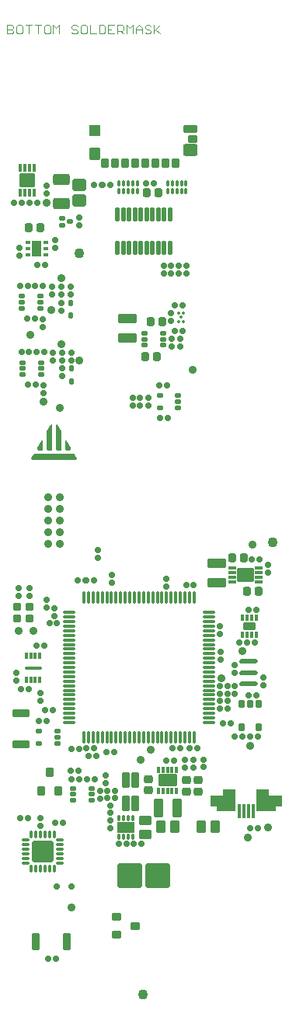
<source format=gbs>
G04*
G04 #@! TF.GenerationSoftware,Altium Limited,Altium Designer,21.3.1 (25)*
G04*
G04 Layer_Color=6502151*
%FSLAX25Y25*%
%MOIN*%
G70*
G04*
G04 #@! TF.SameCoordinates,17E3FC6B-7FA6-4A94-9312-BAE076C6F9B9*
G04*
G04*
G04 #@! TF.FilePolarity,Negative*
G04*
G01*
G75*
%ADD11C,0.00394*%
G04:AMPARAMS|DCode=25|XSize=24.41mil|YSize=24.41mil|CornerRadius=6.06mil|HoleSize=0mil|Usage=FLASHONLY|Rotation=270.000|XOffset=0mil|YOffset=0mil|HoleType=Round|Shape=RoundedRectangle|*
%AMROUNDEDRECTD25*
21,1,0.02441,0.01228,0,0,270.0*
21,1,0.01228,0.02441,0,0,270.0*
1,1,0.01213,-0.00614,-0.00614*
1,1,0.01213,-0.00614,0.00614*
1,1,0.01213,0.00614,0.00614*
1,1,0.01213,0.00614,-0.00614*
%
%ADD25ROUNDEDRECTD25*%
G04:AMPARAMS|DCode=26|XSize=24.41mil|YSize=24.41mil|CornerRadius=6.06mil|HoleSize=0mil|Usage=FLASHONLY|Rotation=180.000|XOffset=0mil|YOffset=0mil|HoleType=Round|Shape=RoundedRectangle|*
%AMROUNDEDRECTD26*
21,1,0.02441,0.01228,0,0,180.0*
21,1,0.01228,0.02441,0,0,180.0*
1,1,0.01213,-0.00614,0.00614*
1,1,0.01213,0.00614,0.00614*
1,1,0.01213,0.00614,-0.00614*
1,1,0.01213,-0.00614,-0.00614*
%
%ADD26ROUNDEDRECTD26*%
%ADD27C,0.01378*%
%ADD30C,0.04331*%
%ADD31C,0.00394*%
G04:AMPARAMS|DCode=100|XSize=35.43mil|YSize=31.5mil|CornerRadius=5.41mil|HoleSize=0mil|Usage=FLASHONLY|Rotation=180.000|XOffset=0mil|YOffset=0mil|HoleType=Round|Shape=RoundedRectangle|*
%AMROUNDEDRECTD100*
21,1,0.03543,0.02067,0,0,180.0*
21,1,0.02461,0.03150,0,0,180.0*
1,1,0.01083,-0.01230,0.01034*
1,1,0.01083,0.01230,0.01034*
1,1,0.01083,0.01230,-0.01034*
1,1,0.01083,-0.01230,-0.01034*
%
%ADD100ROUNDEDRECTD100*%
%ADD101C,0.03543*%
G04:AMPARAMS|DCode=102|XSize=51.18mil|YSize=35.04mil|CornerRadius=5.08mil|HoleSize=0mil|Usage=FLASHONLY|Rotation=180.000|XOffset=0mil|YOffset=0mil|HoleType=Round|Shape=RoundedRectangle|*
%AMROUNDEDRECTD102*
21,1,0.05118,0.02488,0,0,180.0*
21,1,0.04102,0.03504,0,0,180.0*
1,1,0.01016,-0.02051,0.01244*
1,1,0.01016,0.02051,0.01244*
1,1,0.01016,0.02051,-0.01244*
1,1,0.01016,-0.02051,-0.01244*
%
%ADD102ROUNDEDRECTD102*%
G04:AMPARAMS|DCode=103|XSize=13.78mil|YSize=29.53mil|CornerRadius=4.43mil|HoleSize=0mil|Usage=FLASHONLY|Rotation=180.000|XOffset=0mil|YOffset=0mil|HoleType=Round|Shape=RoundedRectangle|*
%AMROUNDEDRECTD103*
21,1,0.01378,0.02067,0,0,180.0*
21,1,0.00492,0.02953,0,0,180.0*
1,1,0.00886,-0.00246,0.01034*
1,1,0.00886,0.00246,0.01034*
1,1,0.00886,0.00246,-0.01034*
1,1,0.00886,-0.00246,-0.01034*
%
%ADD103ROUNDEDRECTD103*%
G04:AMPARAMS|DCode=104|XSize=37.4mil|YSize=33.47mil|CornerRadius=7.87mil|HoleSize=0mil|Usage=FLASHONLY|Rotation=270.000|XOffset=0mil|YOffset=0mil|HoleType=Round|Shape=RoundedRectangle|*
%AMROUNDEDRECTD104*
21,1,0.03740,0.01772,0,0,270.0*
21,1,0.02165,0.03347,0,0,270.0*
1,1,0.01575,-0.00886,-0.01083*
1,1,0.01575,-0.00886,0.01083*
1,1,0.01575,0.00886,0.01083*
1,1,0.01575,0.00886,-0.01083*
%
%ADD104ROUNDEDRECTD104*%
G04:AMPARAMS|DCode=105|XSize=55.12mil|YSize=43.31mil|CornerRadius=6.89mil|HoleSize=0mil|Usage=FLASHONLY|Rotation=270.000|XOffset=0mil|YOffset=0mil|HoleType=Round|Shape=RoundedRectangle|*
%AMROUNDEDRECTD105*
21,1,0.05512,0.02953,0,0,270.0*
21,1,0.04134,0.04331,0,0,270.0*
1,1,0.01378,-0.01476,-0.02067*
1,1,0.01378,-0.01476,0.02067*
1,1,0.01378,0.01476,0.02067*
1,1,0.01378,0.01476,-0.02067*
%
%ADD105ROUNDEDRECTD105*%
G04:AMPARAMS|DCode=106|XSize=79.53mil|YSize=40.55mil|CornerRadius=6.55mil|HoleSize=0mil|Usage=FLASHONLY|Rotation=180.000|XOffset=0mil|YOffset=0mil|HoleType=Round|Shape=RoundedRectangle|*
%AMROUNDEDRECTD106*
21,1,0.07953,0.02746,0,0,180.0*
21,1,0.06644,0.04055,0,0,180.0*
1,1,0.01309,-0.03322,0.01373*
1,1,0.01309,0.03322,0.01373*
1,1,0.01309,0.03322,-0.01373*
1,1,0.01309,-0.03322,-0.01373*
%
%ADD106ROUNDEDRECTD106*%
G04:AMPARAMS|DCode=107|XSize=15.75mil|YSize=33.47mil|CornerRadius=4.33mil|HoleSize=0mil|Usage=FLASHONLY|Rotation=90.000|XOffset=0mil|YOffset=0mil|HoleType=Round|Shape=RoundedRectangle|*
%AMROUNDEDRECTD107*
21,1,0.01575,0.02480,0,0,90.0*
21,1,0.00709,0.03347,0,0,90.0*
1,1,0.00866,0.01240,0.00354*
1,1,0.00866,0.01240,-0.00354*
1,1,0.00866,-0.01240,-0.00354*
1,1,0.00866,-0.01240,0.00354*
%
%ADD107ROUNDEDRECTD107*%
G04:AMPARAMS|DCode=108|XSize=15.75mil|YSize=33.47mil|CornerRadius=4.33mil|HoleSize=0mil|Usage=FLASHONLY|Rotation=180.000|XOffset=0mil|YOffset=0mil|HoleType=Round|Shape=RoundedRectangle|*
%AMROUNDEDRECTD108*
21,1,0.01575,0.02480,0,0,180.0*
21,1,0.00709,0.03347,0,0,180.0*
1,1,0.00866,-0.00354,0.01240*
1,1,0.00866,0.00354,0.01240*
1,1,0.00866,0.00354,-0.01240*
1,1,0.00866,-0.00354,-0.01240*
%
%ADD108ROUNDEDRECTD108*%
G04:AMPARAMS|DCode=109|XSize=31.5mil|YSize=43.31mil|CornerRadius=5.41mil|HoleSize=0mil|Usage=FLASHONLY|Rotation=0.000|XOffset=0mil|YOffset=0mil|HoleType=Round|Shape=RoundedRectangle|*
%AMROUNDEDRECTD109*
21,1,0.03150,0.03248,0,0,0.0*
21,1,0.02067,0.04331,0,0,0.0*
1,1,0.01083,0.01034,-0.01624*
1,1,0.01083,-0.01034,-0.01624*
1,1,0.01083,-0.01034,0.01624*
1,1,0.01083,0.01034,0.01624*
%
%ADD109ROUNDEDRECTD109*%
G04:AMPARAMS|DCode=110|XSize=15.75mil|YSize=27.56mil|CornerRadius=4.33mil|HoleSize=0mil|Usage=FLASHONLY|Rotation=180.000|XOffset=0mil|YOffset=0mil|HoleType=Round|Shape=RoundedRectangle|*
%AMROUNDEDRECTD110*
21,1,0.01575,0.01890,0,0,180.0*
21,1,0.00709,0.02756,0,0,180.0*
1,1,0.00866,-0.00354,0.00945*
1,1,0.00866,0.00354,0.00945*
1,1,0.00866,0.00354,-0.00945*
1,1,0.00866,-0.00354,-0.00945*
%
%ADD110ROUNDEDRECTD110*%
G04:AMPARAMS|DCode=111|XSize=19.68mil|YSize=29.53mil|CornerRadius=4.72mil|HoleSize=0mil|Usage=FLASHONLY|Rotation=90.000|XOffset=0mil|YOffset=0mil|HoleType=Round|Shape=RoundedRectangle|*
%AMROUNDEDRECTD111*
21,1,0.01968,0.02008,0,0,90.0*
21,1,0.01024,0.02953,0,0,90.0*
1,1,0.00945,0.01004,0.00512*
1,1,0.00945,0.01004,-0.00512*
1,1,0.00945,-0.01004,-0.00512*
1,1,0.00945,-0.01004,0.00512*
%
%ADD111ROUNDEDRECTD111*%
G04:AMPARAMS|DCode=112|XSize=19.68mil|YSize=62.99mil|CornerRadius=5.91mil|HoleSize=0mil|Usage=FLASHONLY|Rotation=0.000|XOffset=0mil|YOffset=0mil|HoleType=Round|Shape=RoundedRectangle|*
%AMROUNDEDRECTD112*
21,1,0.01968,0.05118,0,0,0.0*
21,1,0.00787,0.06299,0,0,0.0*
1,1,0.01181,0.00394,-0.02559*
1,1,0.01181,-0.00394,-0.02559*
1,1,0.01181,-0.00394,0.02559*
1,1,0.01181,0.00394,0.02559*
%
%ADD112ROUNDEDRECTD112*%
G04:AMPARAMS|DCode=113|XSize=25.59mil|YSize=35.43mil|CornerRadius=4.68mil|HoleSize=0mil|Usage=FLASHONLY|Rotation=180.000|XOffset=0mil|YOffset=0mil|HoleType=Round|Shape=RoundedRectangle|*
%AMROUNDEDRECTD113*
21,1,0.02559,0.02608,0,0,180.0*
21,1,0.01624,0.03543,0,0,180.0*
1,1,0.00935,-0.00812,0.01304*
1,1,0.00935,0.00812,0.01304*
1,1,0.00935,0.00812,-0.01304*
1,1,0.00935,-0.00812,-0.01304*
%
%ADD113ROUNDEDRECTD113*%
G04:AMPARAMS|DCode=114|XSize=35.43mil|YSize=70.87mil|CornerRadius=5.91mil|HoleSize=0mil|Usage=FLASHONLY|Rotation=0.000|XOffset=0mil|YOffset=0mil|HoleType=Round|Shape=RoundedRectangle|*
%AMROUNDEDRECTD114*
21,1,0.03543,0.05906,0,0,0.0*
21,1,0.02362,0.07087,0,0,0.0*
1,1,0.01181,0.01181,-0.02953*
1,1,0.01181,-0.01181,-0.02953*
1,1,0.01181,-0.01181,0.02953*
1,1,0.01181,0.01181,0.02953*
%
%ADD114ROUNDEDRECTD114*%
G04:AMPARAMS|DCode=115|XSize=13.78mil|YSize=33.47mil|CornerRadius=4.43mil|HoleSize=0mil|Usage=FLASHONLY|Rotation=180.000|XOffset=0mil|YOffset=0mil|HoleType=Round|Shape=RoundedRectangle|*
%AMROUNDEDRECTD115*
21,1,0.01378,0.02461,0,0,180.0*
21,1,0.00492,0.03347,0,0,180.0*
1,1,0.00886,-0.00246,0.01230*
1,1,0.00886,0.00246,0.01230*
1,1,0.00886,0.00246,-0.01230*
1,1,0.00886,-0.00246,-0.01230*
%
%ADD115ROUNDEDRECTD115*%
G04:AMPARAMS|DCode=116|XSize=19.68mil|YSize=29.53mil|CornerRadius=5.91mil|HoleSize=0mil|Usage=FLASHONLY|Rotation=90.000|XOffset=0mil|YOffset=0mil|HoleType=Round|Shape=RoundedRectangle|*
%AMROUNDEDRECTD116*
21,1,0.01968,0.01772,0,0,90.0*
21,1,0.00787,0.02953,0,0,90.0*
1,1,0.01181,0.00886,0.00394*
1,1,0.01181,0.00886,-0.00394*
1,1,0.01181,-0.00886,-0.00394*
1,1,0.01181,-0.00886,0.00394*
%
%ADD116ROUNDEDRECTD116*%
G04:AMPARAMS|DCode=117|XSize=35.43mil|YSize=70.87mil|CornerRadius=5.91mil|HoleSize=0mil|Usage=FLASHONLY|Rotation=90.000|XOffset=0mil|YOffset=0mil|HoleType=Round|Shape=RoundedRectangle|*
%AMROUNDEDRECTD117*
21,1,0.03543,0.05906,0,0,90.0*
21,1,0.02362,0.07087,0,0,90.0*
1,1,0.01181,0.02953,0.01181*
1,1,0.01181,0.02953,-0.01181*
1,1,0.01181,-0.02953,-0.01181*
1,1,0.01181,-0.02953,0.01181*
%
%ADD117ROUNDEDRECTD117*%
G04:AMPARAMS|DCode=118|XSize=37.4mil|YSize=33.47mil|CornerRadius=7.87mil|HoleSize=0mil|Usage=FLASHONLY|Rotation=0.000|XOffset=0mil|YOffset=0mil|HoleType=Round|Shape=RoundedRectangle|*
%AMROUNDEDRECTD118*
21,1,0.03740,0.01772,0,0,0.0*
21,1,0.02165,0.03347,0,0,0.0*
1,1,0.01575,0.01083,-0.00886*
1,1,0.01575,-0.01083,-0.00886*
1,1,0.01575,-0.01083,0.00886*
1,1,0.01575,0.01083,0.00886*
%
%ADD118ROUNDEDRECTD118*%
G04:AMPARAMS|DCode=119|XSize=13.78mil|YSize=53.15mil|CornerRadius=4.43mil|HoleSize=0mil|Usage=FLASHONLY|Rotation=180.000|XOffset=0mil|YOffset=0mil|HoleType=Round|Shape=RoundedRectangle|*
%AMROUNDEDRECTD119*
21,1,0.01378,0.04429,0,0,180.0*
21,1,0.00492,0.05315,0,0,180.0*
1,1,0.00886,-0.00246,0.02215*
1,1,0.00886,0.00246,0.02215*
1,1,0.00886,0.00246,-0.02215*
1,1,0.00886,-0.00246,-0.02215*
%
%ADD119ROUNDEDRECTD119*%
G04:AMPARAMS|DCode=120|XSize=13.78mil|YSize=53.15mil|CornerRadius=4.43mil|HoleSize=0mil|Usage=FLASHONLY|Rotation=90.000|XOffset=0mil|YOffset=0mil|HoleType=Round|Shape=RoundedRectangle|*
%AMROUNDEDRECTD120*
21,1,0.01378,0.04429,0,0,90.0*
21,1,0.00492,0.05315,0,0,90.0*
1,1,0.00886,0.02215,0.00246*
1,1,0.00886,0.02215,-0.00246*
1,1,0.00886,-0.02215,-0.00246*
1,1,0.00886,-0.02215,0.00246*
%
%ADD120ROUNDEDRECTD120*%
%ADD121C,0.03492*%
G04:AMPARAMS|DCode=122|XSize=13.78mil|YSize=27.56mil|CornerRadius=3.94mil|HoleSize=0mil|Usage=FLASHONLY|Rotation=0.000|XOffset=0mil|YOffset=0mil|HoleType=Round|Shape=RoundedRectangle|*
%AMROUNDEDRECTD122*
21,1,0.01378,0.01968,0,0,0.0*
21,1,0.00591,0.02756,0,0,0.0*
1,1,0.00787,0.00295,-0.00984*
1,1,0.00787,-0.00295,-0.00984*
1,1,0.00787,-0.00295,0.00984*
1,1,0.00787,0.00295,0.00984*
%
%ADD122ROUNDEDRECTD122*%
G04:AMPARAMS|DCode=123|XSize=15.75mil|YSize=21.65mil|CornerRadius=3.74mil|HoleSize=0mil|Usage=FLASHONLY|Rotation=90.000|XOffset=0mil|YOffset=0mil|HoleType=Round|Shape=RoundedRectangle|*
%AMROUNDEDRECTD123*
21,1,0.01575,0.01417,0,0,90.0*
21,1,0.00827,0.02165,0,0,90.0*
1,1,0.00748,0.00709,0.00413*
1,1,0.00748,0.00709,-0.00413*
1,1,0.00748,-0.00709,-0.00413*
1,1,0.00748,-0.00709,0.00413*
%
%ADD123ROUNDEDRECTD123*%
G04:AMPARAMS|DCode=124|XSize=103.94mil|YSize=103.94mil|CornerRadius=6.97mil|HoleSize=0mil|Usage=FLASHONLY|Rotation=90.000|XOffset=0mil|YOffset=0mil|HoleType=Round|Shape=RoundedRectangle|*
%AMROUNDEDRECTD124*
21,1,0.10394,0.09000,0,0,90.0*
21,1,0.09000,0.10394,0,0,90.0*
1,1,0.01394,0.04500,0.04500*
1,1,0.01394,0.04500,-0.04500*
1,1,0.01394,-0.04500,-0.04500*
1,1,0.01394,-0.04500,0.04500*
%
%ADD124ROUNDEDRECTD124*%
G04:AMPARAMS|DCode=125|XSize=74.8mil|YSize=47.24mil|CornerRadius=4.13mil|HoleSize=0mil|Usage=FLASHONLY|Rotation=0.000|XOffset=0mil|YOffset=0mil|HoleType=Round|Shape=RoundedRectangle|*
%AMROUNDEDRECTD125*
21,1,0.07480,0.03898,0,0,0.0*
21,1,0.06653,0.04724,0,0,0.0*
1,1,0.00827,0.03327,-0.01949*
1,1,0.00827,-0.03327,-0.01949*
1,1,0.00827,-0.03327,0.01949*
1,1,0.00827,0.03327,0.01949*
%
%ADD125ROUNDEDRECTD125*%
G04:AMPARAMS|DCode=126|XSize=13.78mil|YSize=23.62mil|CornerRadius=3.94mil|HoleSize=0mil|Usage=FLASHONLY|Rotation=0.000|XOffset=0mil|YOffset=0mil|HoleType=Round|Shape=RoundedRectangle|*
%AMROUNDEDRECTD126*
21,1,0.01378,0.01575,0,0,0.0*
21,1,0.00591,0.02362,0,0,0.0*
1,1,0.00787,0.00295,-0.00787*
1,1,0.00787,-0.00295,-0.00787*
1,1,0.00787,-0.00295,0.00787*
1,1,0.00787,0.00295,0.00787*
%
%ADD126ROUNDEDRECTD126*%
G04:AMPARAMS|DCode=127|XSize=66.93mil|YSize=43.31mil|CornerRadius=3.94mil|HoleSize=0mil|Usage=FLASHONLY|Rotation=90.000|XOffset=0mil|YOffset=0mil|HoleType=Round|Shape=RoundedRectangle|*
%AMROUNDEDRECTD127*
21,1,0.06693,0.03543,0,0,90.0*
21,1,0.05906,0.04331,0,0,90.0*
1,1,0.00787,0.01772,0.02953*
1,1,0.00787,0.01772,-0.02953*
1,1,0.00787,-0.01772,-0.02953*
1,1,0.00787,-0.01772,0.02953*
%
%ADD127ROUNDEDRECTD127*%
G04:AMPARAMS|DCode=128|XSize=82.68mil|YSize=51.18mil|CornerRadius=4.33mil|HoleSize=0mil|Usage=FLASHONLY|Rotation=0.000|XOffset=0mil|YOffset=0mil|HoleType=Round|Shape=RoundedRectangle|*
%AMROUNDEDRECTD128*
21,1,0.08268,0.04252,0,0,0.0*
21,1,0.07402,0.05118,0,0,0.0*
1,1,0.00866,0.03701,-0.02126*
1,1,0.00866,-0.03701,-0.02126*
1,1,0.00866,-0.03701,0.02126*
1,1,0.00866,0.03701,0.02126*
%
%ADD128ROUNDEDRECTD128*%
G04:AMPARAMS|DCode=129|XSize=19.68mil|YSize=25.59mil|CornerRadius=5.91mil|HoleSize=0mil|Usage=FLASHONLY|Rotation=270.000|XOffset=0mil|YOffset=0mil|HoleType=Round|Shape=RoundedRectangle|*
%AMROUNDEDRECTD129*
21,1,0.01968,0.01378,0,0,270.0*
21,1,0.00787,0.02559,0,0,270.0*
1,1,0.01181,-0.00689,-0.00394*
1,1,0.01181,-0.00689,0.00394*
1,1,0.01181,0.00689,0.00394*
1,1,0.01181,0.00689,-0.00394*
%
%ADD129ROUNDEDRECTD129*%
G04:AMPARAMS|DCode=130|XSize=66.93mil|YSize=33.94mil|CornerRadius=5.72mil|HoleSize=0mil|Usage=FLASHONLY|Rotation=90.000|XOffset=0mil|YOffset=0mil|HoleType=Round|Shape=RoundedRectangle|*
%AMROUNDEDRECTD130*
21,1,0.06693,0.02250,0,0,90.0*
21,1,0.05549,0.03394,0,0,90.0*
1,1,0.01144,0.01125,0.02775*
1,1,0.01144,0.01125,-0.02775*
1,1,0.01144,-0.01125,-0.02775*
1,1,0.01144,-0.01125,0.02775*
%
%ADD130ROUNDEDRECTD130*%
G04:AMPARAMS|DCode=131|XSize=70.87mil|YSize=47.24mil|CornerRadius=7.38mil|HoleSize=0mil|Usage=FLASHONLY|Rotation=0.000|XOffset=0mil|YOffset=0mil|HoleType=Round|Shape=RoundedRectangle|*
%AMROUNDEDRECTD131*
21,1,0.07087,0.03248,0,0,0.0*
21,1,0.05610,0.04724,0,0,0.0*
1,1,0.01476,0.02805,-0.01624*
1,1,0.01476,-0.02805,-0.01624*
1,1,0.01476,-0.02805,0.01624*
1,1,0.01476,0.02805,0.01624*
%
%ADD131ROUNDEDRECTD131*%
G04:AMPARAMS|DCode=132|XSize=23.62mil|YSize=27.56mil|CornerRadius=6.89mil|HoleSize=0mil|Usage=FLASHONLY|Rotation=270.000|XOffset=0mil|YOffset=0mil|HoleType=Round|Shape=RoundedRectangle|*
%AMROUNDEDRECTD132*
21,1,0.02362,0.01378,0,0,270.0*
21,1,0.00984,0.02756,0,0,270.0*
1,1,0.01378,-0.00689,-0.00492*
1,1,0.01378,-0.00689,0.00492*
1,1,0.01378,0.00689,0.00492*
1,1,0.01378,0.00689,-0.00492*
%
%ADD132ROUNDEDRECTD132*%
G04:AMPARAMS|DCode=133|XSize=11.81mil|YSize=27.56mil|CornerRadius=3.94mil|HoleSize=0mil|Usage=FLASHONLY|Rotation=180.000|XOffset=0mil|YOffset=0mil|HoleType=Round|Shape=RoundedRectangle|*
%AMROUNDEDRECTD133*
21,1,0.01181,0.01968,0,0,180.0*
21,1,0.00394,0.02756,0,0,180.0*
1,1,0.00787,-0.00197,0.00984*
1,1,0.00787,0.00197,0.00984*
1,1,0.00787,0.00197,-0.00984*
1,1,0.00787,-0.00197,-0.00984*
%
%ADD133ROUNDEDRECTD133*%
G04:AMPARAMS|DCode=134|XSize=15.75mil|YSize=70.87mil|CornerRadius=4.92mil|HoleSize=0mil|Usage=FLASHONLY|Rotation=270.000|XOffset=0mil|YOffset=0mil|HoleType=Round|Shape=RoundedRectangle|*
%AMROUNDEDRECTD134*
21,1,0.01575,0.06102,0,0,270.0*
21,1,0.00591,0.07087,0,0,270.0*
1,1,0.00984,-0.03051,-0.00295*
1,1,0.00984,-0.03051,0.00295*
1,1,0.00984,0.03051,0.00295*
1,1,0.00984,0.03051,-0.00295*
%
%ADD134ROUNDEDRECTD134*%
G04:AMPARAMS|DCode=135|XSize=19.68mil|YSize=78.74mil|CornerRadius=5.91mil|HoleSize=0mil|Usage=FLASHONLY|Rotation=270.000|XOffset=0mil|YOffset=0mil|HoleType=Round|Shape=RoundedRectangle|*
%AMROUNDEDRECTD135*
21,1,0.01968,0.06693,0,0,270.0*
21,1,0.00787,0.07874,0,0,270.0*
1,1,0.01181,-0.03347,-0.00394*
1,1,0.01181,-0.03347,0.00394*
1,1,0.01181,0.03347,0.00394*
1,1,0.01181,0.03347,-0.00394*
%
%ADD135ROUNDEDRECTD135*%
G04:AMPARAMS|DCode=136|XSize=43.31mil|YSize=31.5mil|CornerRadius=5.41mil|HoleSize=0mil|Usage=FLASHONLY|Rotation=0.000|XOffset=0mil|YOffset=0mil|HoleType=Round|Shape=RoundedRectangle|*
%AMROUNDEDRECTD136*
21,1,0.04331,0.02067,0,0,0.0*
21,1,0.03248,0.03150,0,0,0.0*
1,1,0.01083,0.01624,-0.01034*
1,1,0.01083,-0.01624,-0.01034*
1,1,0.01083,-0.01624,0.01034*
1,1,0.01083,0.01624,0.01034*
%
%ADD136ROUNDEDRECTD136*%
G04:AMPARAMS|DCode=137|XSize=61.02mil|YSize=51.18mil|CornerRadius=7.87mil|HoleSize=0mil|Usage=FLASHONLY|Rotation=0.000|XOffset=0mil|YOffset=0mil|HoleType=Round|Shape=RoundedRectangle|*
%AMROUNDEDRECTD137*
21,1,0.06102,0.03543,0,0,0.0*
21,1,0.04528,0.05118,0,0,0.0*
1,1,0.01575,0.02264,-0.01772*
1,1,0.01575,-0.02264,-0.01772*
1,1,0.01575,-0.02264,0.01772*
1,1,0.01575,0.02264,0.01772*
%
%ADD137ROUNDEDRECTD137*%
G04:AMPARAMS|DCode=138|XSize=59.06mil|YSize=35.43mil|CornerRadius=5.91mil|HoleSize=0mil|Usage=FLASHONLY|Rotation=0.000|XOffset=0mil|YOffset=0mil|HoleType=Round|Shape=RoundedRectangle|*
%AMROUNDEDRECTD138*
21,1,0.05906,0.02362,0,0,0.0*
21,1,0.04724,0.03543,0,0,0.0*
1,1,0.01181,0.02362,-0.01181*
1,1,0.01181,-0.02362,-0.01181*
1,1,0.01181,-0.02362,0.01181*
1,1,0.01181,0.02362,0.01181*
%
%ADD138ROUNDEDRECTD138*%
G04:AMPARAMS|DCode=139|XSize=49.21mil|YSize=51.18mil|CornerRadius=7.63mil|HoleSize=0mil|Usage=FLASHONLY|Rotation=0.000|XOffset=0mil|YOffset=0mil|HoleType=Round|Shape=RoundedRectangle|*
%AMROUNDEDRECTD139*
21,1,0.04921,0.03593,0,0,0.0*
21,1,0.03396,0.05118,0,0,0.0*
1,1,0.01526,0.01698,-0.01796*
1,1,0.01526,-0.01698,-0.01796*
1,1,0.01526,-0.01698,0.01796*
1,1,0.01526,0.01698,0.01796*
%
%ADD139ROUNDEDRECTD139*%
G04:AMPARAMS|DCode=140|XSize=49.21mil|YSize=47.24mil|CornerRadius=7.38mil|HoleSize=0mil|Usage=FLASHONLY|Rotation=0.000|XOffset=0mil|YOffset=0mil|HoleType=Round|Shape=RoundedRectangle|*
%AMROUNDEDRECTD140*
21,1,0.04921,0.03248,0,0,0.0*
21,1,0.03445,0.04724,0,0,0.0*
1,1,0.01476,0.01722,-0.01624*
1,1,0.01476,-0.01722,-0.01624*
1,1,0.01476,-0.01722,0.01624*
1,1,0.01476,0.01722,0.01624*
%
%ADD140ROUNDEDRECTD140*%
G04:AMPARAMS|DCode=141|XSize=66.93mil|YSize=59.06mil|CornerRadius=4.72mil|HoleSize=0mil|Usage=FLASHONLY|Rotation=180.000|XOffset=0mil|YOffset=0mil|HoleType=Round|Shape=RoundedRectangle|*
%AMROUNDEDRECTD141*
21,1,0.06693,0.04961,0,0,180.0*
21,1,0.05748,0.05906,0,0,180.0*
1,1,0.00945,-0.02874,0.02480*
1,1,0.00945,0.02874,0.02480*
1,1,0.00945,0.02874,-0.02480*
1,1,0.00945,-0.02874,-0.02480*
%
%ADD141ROUNDEDRECTD141*%
G04:AMPARAMS|DCode=142|XSize=72.84mil|YSize=61.02mil|CornerRadius=4.82mil|HoleSize=0mil|Usage=FLASHONLY|Rotation=180.000|XOffset=0mil|YOffset=0mil|HoleType=Round|Shape=RoundedRectangle|*
%AMROUNDEDRECTD142*
21,1,0.07284,0.05138,0,0,180.0*
21,1,0.06319,0.06102,0,0,180.0*
1,1,0.00965,-0.03159,0.02569*
1,1,0.00965,0.03159,0.02569*
1,1,0.00965,0.03159,-0.02569*
1,1,0.00965,-0.03159,-0.02569*
%
%ADD142ROUNDEDRECTD142*%
G04:AMPARAMS|DCode=143|XSize=19.68mil|YSize=25.59mil|CornerRadius=5.91mil|HoleSize=0mil|Usage=FLASHONLY|Rotation=0.000|XOffset=0mil|YOffset=0mil|HoleType=Round|Shape=RoundedRectangle|*
%AMROUNDEDRECTD143*
21,1,0.01968,0.01378,0,0,0.0*
21,1,0.00787,0.02559,0,0,0.0*
1,1,0.01181,0.00394,-0.00689*
1,1,0.01181,-0.00394,-0.00689*
1,1,0.01181,-0.00394,0.00689*
1,1,0.01181,0.00394,0.00689*
%
%ADD143ROUNDEDRECTD143*%
G04:AMPARAMS|DCode=144|XSize=59.06mil|YSize=51.18mil|CornerRadius=7.87mil|HoleSize=0mil|Usage=FLASHONLY|Rotation=0.000|XOffset=0mil|YOffset=0mil|HoleType=Round|Shape=RoundedRectangle|*
%AMROUNDEDRECTD144*
21,1,0.05906,0.03543,0,0,0.0*
21,1,0.04331,0.05118,0,0,0.0*
1,1,0.01575,0.02165,-0.01772*
1,1,0.01575,-0.02165,-0.01772*
1,1,0.01575,-0.02165,0.01772*
1,1,0.01575,0.02165,0.01772*
%
%ADD144ROUNDEDRECTD144*%
G04:AMPARAMS|DCode=145|XSize=66.93mil|YSize=55.12mil|CornerRadius=8.37mil|HoleSize=0mil|Usage=FLASHONLY|Rotation=180.000|XOffset=0mil|YOffset=0mil|HoleType=Round|Shape=RoundedRectangle|*
%AMROUNDEDRECTD145*
21,1,0.06693,0.03839,0,0,180.0*
21,1,0.05020,0.05512,0,0,180.0*
1,1,0.01673,-0.02510,0.01919*
1,1,0.01673,0.02510,0.01919*
1,1,0.01673,0.02510,-0.01919*
1,1,0.01673,-0.02510,-0.01919*
%
%ADD145ROUNDEDRECTD145*%
G04:AMPARAMS|DCode=146|XSize=15.75mil|YSize=59.06mil|CornerRadius=3.45mil|HoleSize=0mil|Usage=FLASHONLY|Rotation=0.000|XOffset=0mil|YOffset=0mil|HoleType=Round|Shape=RoundedRectangle|*
%AMROUNDEDRECTD146*
21,1,0.01575,0.05217,0,0,0.0*
21,1,0.00886,0.05906,0,0,0.0*
1,1,0.00689,0.00443,-0.02608*
1,1,0.00689,-0.00443,-0.02608*
1,1,0.00689,-0.00443,0.02608*
1,1,0.00689,0.00443,0.02608*
%
%ADD146ROUNDEDRECTD146*%
G04:AMPARAMS|DCode=147|XSize=13.78mil|YSize=33.47mil|CornerRadius=4.43mil|HoleSize=0mil|Usage=FLASHONLY|Rotation=90.000|XOffset=0mil|YOffset=0mil|HoleType=Round|Shape=RoundedRectangle|*
%AMROUNDEDRECTD147*
21,1,0.01378,0.02461,0,0,90.0*
21,1,0.00492,0.03347,0,0,90.0*
1,1,0.00886,0.01230,0.00246*
1,1,0.00886,0.01230,-0.00246*
1,1,0.00886,-0.01230,-0.00246*
1,1,0.00886,-0.01230,0.00246*
%
%ADD147ROUNDEDRECTD147*%
G04:AMPARAMS|DCode=148|XSize=90.55mil|YSize=90.55mil|CornerRadius=6.3mil|HoleSize=0mil|Usage=FLASHONLY|Rotation=180.000|XOffset=0mil|YOffset=0mil|HoleType=Round|Shape=RoundedRectangle|*
%AMROUNDEDRECTD148*
21,1,0.09055,0.07795,0,0,180.0*
21,1,0.07795,0.09055,0,0,180.0*
1,1,0.01260,-0.03898,0.03898*
1,1,0.01260,0.03898,0.03898*
1,1,0.01260,0.03898,-0.03898*
1,1,0.01260,-0.03898,-0.03898*
%
%ADD148ROUNDEDRECTD148*%
G04:AMPARAMS|DCode=149|XSize=55.12mil|YSize=43.31mil|CornerRadius=6.89mil|HoleSize=0mil|Usage=FLASHONLY|Rotation=180.000|XOffset=0mil|YOffset=0mil|HoleType=Round|Shape=RoundedRectangle|*
%AMROUNDEDRECTD149*
21,1,0.05512,0.02953,0,0,180.0*
21,1,0.04134,0.04331,0,0,180.0*
1,1,0.01378,-0.02067,0.01476*
1,1,0.01378,0.02067,0.01476*
1,1,0.01378,0.02067,-0.01476*
1,1,0.01378,-0.02067,-0.01476*
%
%ADD149ROUNDEDRECTD149*%
G04:AMPARAMS|DCode=150|XSize=79.53mil|YSize=40.55mil|CornerRadius=6.55mil|HoleSize=0mil|Usage=FLASHONLY|Rotation=270.000|XOffset=0mil|YOffset=0mil|HoleType=Round|Shape=RoundedRectangle|*
%AMROUNDEDRECTD150*
21,1,0.07953,0.02746,0,0,270.0*
21,1,0.06644,0.04055,0,0,270.0*
1,1,0.01309,-0.01373,-0.03322*
1,1,0.01309,-0.01373,0.03322*
1,1,0.01309,0.01373,0.03322*
1,1,0.01309,0.01373,-0.03322*
%
%ADD150ROUNDEDRECTD150*%
G04:AMPARAMS|DCode=151|XSize=35.43mil|YSize=39.37mil|CornerRadius=5.91mil|HoleSize=0mil|Usage=FLASHONLY|Rotation=0.000|XOffset=0mil|YOffset=0mil|HoleType=Round|Shape=RoundedRectangle|*
%AMROUNDEDRECTD151*
21,1,0.03543,0.02756,0,0,0.0*
21,1,0.02362,0.03937,0,0,0.0*
1,1,0.01181,0.01181,-0.01378*
1,1,0.01181,-0.01181,-0.01378*
1,1,0.01181,-0.01181,0.01378*
1,1,0.01181,0.01181,0.01378*
%
%ADD151ROUNDEDRECTD151*%
G04:AMPARAMS|DCode=152|XSize=35.43mil|YSize=39.37mil|CornerRadius=5.91mil|HoleSize=0mil|Usage=FLASHONLY|Rotation=270.000|XOffset=0mil|YOffset=0mil|HoleType=Round|Shape=RoundedRectangle|*
%AMROUNDEDRECTD152*
21,1,0.03543,0.02756,0,0,270.0*
21,1,0.02362,0.03937,0,0,270.0*
1,1,0.01181,-0.01378,-0.01181*
1,1,0.01181,-0.01378,0.01181*
1,1,0.01181,0.01378,0.01181*
1,1,0.01181,0.01378,-0.01181*
%
%ADD152ROUNDEDRECTD152*%
%ADD153C,0.02165*%
G36*
X578090Y461833D02*
X578127Y461821D01*
X578161Y461803D01*
X578191Y461778D01*
X578216Y461748D01*
X578234Y461714D01*
X578245Y461677D01*
X578249Y461638D01*
Y459080D01*
X583563D01*
X583602Y459077D01*
X583639Y459065D01*
X583673Y459047D01*
X583703Y459023D01*
X583728Y458992D01*
X583746Y458958D01*
X583757Y458921D01*
X583761Y458883D01*
Y454552D01*
X583757Y454513D01*
X583746Y454476D01*
X583728Y454442D01*
X583703Y454412D01*
X583673Y454388D01*
X583639Y454369D01*
X583602Y454358D01*
X583563Y454354D01*
X581005D01*
Y452583D01*
X581001Y452545D01*
X580990Y452508D01*
X580972Y452473D01*
X580947Y452444D01*
X580917Y452419D01*
X580883Y452401D01*
X580846Y452389D01*
X580807Y452386D01*
X573130D01*
X573091Y452389D01*
X573054Y452401D01*
X573020Y452419D01*
X572990Y452444D01*
X572965Y452473D01*
X572947Y452508D01*
X572936Y452545D01*
X572932Y452583D01*
Y461638D01*
X572936Y461677D01*
X572947Y461714D01*
X572965Y461748D01*
X572990Y461778D01*
X573020Y461803D01*
X573054Y461821D01*
X573091Y461833D01*
X573130Y461836D01*
X578051D01*
X578090Y461833D01*
D02*
G37*
G36*
X563720D02*
X563757Y461821D01*
X563791Y461803D01*
X563821Y461778D01*
X563846Y461748D01*
X563864Y461714D01*
X563875Y461677D01*
X563879Y461638D01*
Y452583D01*
X563875Y452545D01*
X563864Y452508D01*
X563846Y452473D01*
X563821Y452444D01*
X563791Y452419D01*
X563757Y452401D01*
X563720Y452389D01*
X563681Y452386D01*
X556004D01*
X555965Y452389D01*
X555928Y452401D01*
X555894Y452419D01*
X555864Y452444D01*
X555839Y452473D01*
X555821Y452508D01*
X555810Y452545D01*
X555806Y452583D01*
Y454354D01*
X553248D01*
X553209Y454358D01*
X553172Y454369D01*
X553138Y454388D01*
X553108Y454412D01*
X553084Y454442D01*
X553065Y454476D01*
X553054Y454513D01*
X553050Y454552D01*
Y458883D01*
X553054Y458921D01*
X553065Y458958D01*
X553084Y458992D01*
X553108Y459023D01*
X553138Y459047D01*
X553172Y459065D01*
X553209Y459077D01*
X553248Y459080D01*
X558562D01*
Y461638D01*
X558566Y461677D01*
X558577Y461714D01*
X558595Y461748D01*
X558620Y461778D01*
X558650Y461803D01*
X558684Y461821D01*
X558721Y461833D01*
X558760Y461836D01*
X563681D01*
X563720Y461833D01*
D02*
G37*
G36*
X494551Y605576D02*
X494560D01*
X494563Y605575D01*
X494567Y605575D01*
X494574Y605575D01*
X494587Y605573D01*
X494599Y605572D01*
X494605Y605570D01*
X494612Y605569D01*
X494645Y605560D01*
X494652Y605557D01*
X494658Y605556D01*
X494669Y605551D01*
X494682Y605546D01*
X494687Y605543D01*
X494693Y605540D01*
X494723Y605523D01*
X494728Y605519D01*
X494734Y605516D01*
X494744Y605508D01*
X494754Y605500D01*
X494759Y605495D01*
X494764Y605491D01*
X494788Y605467D01*
X494793Y605462D01*
X494797Y605457D01*
X494805Y605447D01*
X494813Y605437D01*
X494816Y605431D01*
X494820Y605426D01*
X494825Y605416D01*
X494826Y605415D01*
X494826Y605415D01*
X494828Y605411D01*
X494831Y605407D01*
X495768Y603797D01*
X495796Y603756D01*
X495803Y603743D01*
X495810Y603730D01*
X495812Y603726D01*
X495814Y603722D01*
X495819Y603708D01*
X495824Y603694D01*
X495824Y603689D01*
X495826Y603685D01*
X495827Y603670D01*
X495829Y603655D01*
X495836Y603543D01*
X495835Y603528D01*
X495835Y603514D01*
X495834Y603509D01*
X495834Y603505D01*
X495831Y603490D01*
X495828Y603476D01*
X495826Y603472D01*
X495825Y603467D01*
X495819Y603454D01*
X495813Y603440D01*
X495761Y603341D01*
X495753Y603328D01*
X495745Y603316D01*
X495742Y603312D01*
X495740Y603308D01*
X495729Y603298D01*
X495719Y603287D01*
X495716Y603284D01*
X495712Y603281D01*
X495700Y603273D01*
X495688Y603264D01*
X495592Y603206D01*
X495579Y603199D01*
X495566Y603192D01*
X495562Y603191D01*
X495557Y603189D01*
X495543Y603185D01*
X495529Y603181D01*
X495524Y603181D01*
X495520Y603179D01*
X495505Y603179D01*
X495490Y603177D01*
X495434Y603177D01*
X495434Y603177D01*
X495434Y603177D01*
X476582D01*
X476582Y603177D01*
X476582Y603177D01*
X476525Y603177D01*
X476511Y603179D01*
X476496Y603179D01*
X476492Y603181D01*
X476487Y603181D01*
X476473Y603185D01*
X476459Y603189D01*
X476454Y603191D01*
X476450Y603192D01*
X476437Y603199D01*
X476424Y603206D01*
X476328Y603264D01*
X476316Y603273D01*
X476304Y603281D01*
X476300Y603284D01*
X476297Y603287D01*
X476287Y603298D01*
X476276Y603308D01*
X476274Y603312D01*
X476271Y603316D01*
X476263Y603328D01*
X476255Y603341D01*
X476203Y603440D01*
X476197Y603454D01*
X476191Y603467D01*
X476190Y603472D01*
X476188Y603476D01*
X476185Y603490D01*
X476182Y603505D01*
X476182Y603509D01*
X476181Y603514D01*
X476181Y603528D01*
X476180Y603543D01*
X476186Y603655D01*
X476189Y603670D01*
X476190Y603685D01*
X476192Y603689D01*
X476192Y603694D01*
X476197Y603708D01*
X476202Y603722D01*
X476204Y603726D01*
X476206Y603730D01*
X476213Y603743D01*
X476220Y603756D01*
X476248Y603797D01*
X477185Y605407D01*
X477187Y605410D01*
X477190Y605415D01*
X477190Y605415D01*
X477191Y605416D01*
X477196Y605426D01*
X477200Y605431D01*
X477203Y605437D01*
X477211Y605447D01*
X477219Y605457D01*
X477223Y605462D01*
X477227Y605467D01*
X477252Y605491D01*
X477257Y605495D01*
X477261Y605500D01*
X477272Y605508D01*
X477282Y605516D01*
X477288Y605519D01*
X477293Y605523D01*
X477323Y605540D01*
X477329Y605543D01*
X477334Y605546D01*
X477346Y605551D01*
X477358Y605556D01*
X477364Y605557D01*
X477371Y605560D01*
X477404Y605569D01*
X477410Y605570D01*
X477417Y605572D01*
X477429Y605573D01*
X477442Y605575D01*
X477449Y605575D01*
X477453Y605575D01*
X477456Y605576D01*
X477465Y605576D01*
X477475Y605577D01*
X494541D01*
X494551Y605576D01*
D02*
G37*
G36*
X480843Y611301D02*
X480879D01*
D01*
X480879D01*
X480917Y611298D01*
X480955Y611286D01*
X481020Y611259D01*
X481054Y611241D01*
X481084Y611216D01*
X481134Y611166D01*
X481159Y611136D01*
X481167Y611120D01*
X481177Y611102D01*
X481204Y611036D01*
X481216Y610999D01*
X481216Y610995D01*
X481219Y610961D01*
Y610925D01*
Y607548D01*
Y607512D01*
D01*
Y607512D01*
X481216Y607474D01*
X481204Y607436D01*
X481177Y607371D01*
X481159Y607337D01*
X481134Y607307D01*
X481084Y607257D01*
X481084D01*
Y607257D01*
X481054Y607232D01*
X481020Y607214D01*
X480954Y607187D01*
X480917Y607175D01*
X480886Y607172D01*
X480879Y607171D01*
X479212D01*
X479211Y607172D01*
X479176Y607172D01*
X479176D01*
X479176D01*
X479151Y607174D01*
X479138Y607175D01*
X479138Y607175D01*
X479138D01*
X479101Y607187D01*
X479035Y607214D01*
X479015Y607225D01*
X479001Y607232D01*
X479001Y607232D01*
X479001Y607232D01*
X478993Y607238D01*
X478971Y607257D01*
X478921Y607306D01*
X478897Y607337D01*
X478897Y607337D01*
X478897Y607337D01*
X478886Y607356D01*
X478878Y607371D01*
X478878Y607371D01*
X478878Y607371D01*
X478851Y607436D01*
X478847Y607451D01*
X478840Y607473D01*
X478836Y607512D01*
Y607547D01*
X478836Y607547D01*
Y608192D01*
Y608198D01*
X478837Y608206D01*
X478837Y608214D01*
X478839Y608225D01*
X478840Y608237D01*
X478842Y608244D01*
X478844Y608252D01*
X478848Y608263D01*
X478851Y608274D01*
X478855Y608281D01*
X478858Y608288D01*
X478864Y608298D01*
X478869Y608308D01*
X478874Y608314D01*
X480485Y611113D01*
X480485Y611113D01*
X480485Y611113D01*
X480497Y611133D01*
X480501Y611139D01*
X480504Y611144D01*
X480512Y611154D01*
X480519Y611165D01*
X480524Y611169D01*
X480528Y611174D01*
X480562Y611208D01*
X480567Y611212D01*
X480571Y611216D01*
X480582Y611224D01*
X480592Y611232D01*
X480597Y611235D01*
X480603Y611239D01*
X480643Y611263D01*
X480649Y611265D01*
X480655Y611269D01*
X480667Y611273D01*
X480679Y611279D01*
X480685Y611280D01*
X480691Y611282D01*
X480737Y611295D01*
X480743Y611296D01*
X480749Y611298D01*
X480762Y611299D01*
X480775Y611301D01*
X480781Y611301D01*
X480788Y611301D01*
X480811D01*
X480811Y611301D01*
X480811D01*
X480811D01*
X480843Y611301D01*
D02*
G37*
G36*
X484910Y618203D02*
X484947Y618192D01*
X485012Y618165D01*
X485046Y618147D01*
X485077Y618122D01*
X485127Y618072D01*
X485151Y618042D01*
X485160Y618026D01*
X485170Y618008D01*
X485197Y617942D01*
X485208Y617905D01*
X485208Y617901D01*
X485212Y617867D01*
Y617831D01*
X485212Y617831D01*
Y607546D01*
X485212Y607545D01*
Y607510D01*
D01*
Y607510D01*
X485208Y607471D01*
X485197Y607434D01*
X485170Y607369D01*
X485151Y607334D01*
X485127Y607304D01*
X485077Y607254D01*
X485077D01*
Y607254D01*
X485046Y607230D01*
X485012Y607211D01*
X484947Y607184D01*
X484910Y607173D01*
X484879Y607170D01*
X484871Y607169D01*
X483204D01*
X483203Y607169D01*
X483169Y607169D01*
X483169D01*
X483169D01*
X483143Y607172D01*
X483130Y607173D01*
X483130Y607173D01*
X483130D01*
X483093Y607184D01*
X483028Y607211D01*
X483007Y607222D01*
X482993Y607230D01*
X482993Y607230D01*
X482993Y607230D01*
X482986Y607236D01*
X482963Y607254D01*
X482913Y607304D01*
X482889Y607334D01*
X482889Y607334D01*
X482889Y607334D01*
X482878Y607353D01*
X482870Y607368D01*
X482870Y607369D01*
X482870Y607369D01*
X482843Y607434D01*
X482839Y607448D01*
X482832Y607471D01*
X482828Y607510D01*
Y607545D01*
X482828Y607545D01*
Y615098D01*
Y615104D01*
X482829Y615112D01*
X482829Y615120D01*
X482831Y615131D01*
X482832Y615142D01*
X482834Y615150D01*
X482836Y615158D01*
X482840Y615169D01*
X482843Y615179D01*
X482847Y615187D01*
X482850Y615194D01*
X482856Y615204D01*
X482862Y615214D01*
X482866Y615219D01*
X484477Y618019D01*
X484477Y618019D01*
X484478Y618019D01*
X484489Y618039D01*
X484493Y618045D01*
X484496Y618050D01*
X484504Y618060D01*
X484512Y618071D01*
X484516Y618075D01*
X484521Y618080D01*
X484554Y618114D01*
X484559Y618118D01*
X484563Y618122D01*
X484574Y618130D01*
X484584Y618138D01*
X484590Y618141D01*
X484595Y618145D01*
X484636Y618168D01*
X484642Y618171D01*
X484647Y618175D01*
X484659Y618179D01*
X484671Y618185D01*
X484677Y618186D01*
X484683Y618188D01*
X484729Y618200D01*
X484735Y618201D01*
X484741Y618203D01*
X484754Y618205D01*
X484767Y618207D01*
X484774Y618207D01*
X484780Y618207D01*
X484803D01*
X484803Y618207D01*
X484835Y618207D01*
X484836D01*
X484836D01*
X484871D01*
X484871D01*
D01*
X484910Y618203D01*
D02*
G37*
G36*
X491205Y611301D02*
X491228D01*
X491234Y611301D01*
X491241Y611301D01*
X491254Y611299D01*
X491267Y611298D01*
X491273Y611296D01*
X491279Y611295D01*
X491325Y611282D01*
X491331Y611280D01*
X491337Y611279D01*
X491349Y611273D01*
X491361Y611269D01*
X491366Y611265D01*
X491372Y611263D01*
X491413Y611239D01*
X491418Y611235D01*
X491424Y611232D01*
X491434Y611224D01*
X491445Y611216D01*
X491449Y611212D01*
X491454Y611208D01*
X491487Y611174D01*
X491492Y611169D01*
X491496Y611165D01*
X491504Y611154D01*
X491512Y611144D01*
X491515Y611139D01*
X491519Y611133D01*
X491531Y611113D01*
X491531Y611113D01*
X491531Y611113D01*
X493142Y608314D01*
X493146Y608308D01*
X493152Y608298D01*
X493158Y608288D01*
X493161Y608281D01*
X493165Y608274D01*
X493168Y608263D01*
X493172Y608252D01*
X493174Y608244D01*
X493176Y608237D01*
X493177Y608225D01*
X493179Y608214D01*
X493179Y608206D01*
X493180Y608198D01*
Y608192D01*
Y607547D01*
Y607512D01*
X493176Y607477D01*
X493176Y607473D01*
X493165Y607436D01*
X493138Y607371D01*
X493138Y607371D01*
D01*
X493135Y607366D01*
X493119Y607337D01*
X493114Y607330D01*
X493095Y607306D01*
X493045Y607257D01*
X493022Y607238D01*
X493015Y607232D01*
X493015Y607232D01*
X493015Y607232D01*
X493001Y607225D01*
X492981Y607214D01*
X492915Y607187D01*
X492878Y607175D01*
X492878D01*
X492878Y607175D01*
X492865Y607174D01*
X492839Y607172D01*
X492839D01*
X492839D01*
X492805Y607172D01*
X492804Y607171D01*
X491137D01*
X491129Y607172D01*
X491098Y607175D01*
X491061Y607187D01*
X490996Y607214D01*
X490962Y607232D01*
X490932Y607257D01*
Y607257D01*
X490932D01*
X490881Y607307D01*
X490857Y607337D01*
X490839Y607371D01*
D01*
X490839Y607371D01*
X490811Y607437D01*
X490805Y607456D01*
X490800Y607474D01*
X490796Y607512D01*
Y607548D01*
X490796Y610925D01*
X490796Y610925D01*
Y610961D01*
X490797Y610968D01*
X490800Y610999D01*
X490811Y611036D01*
X490839Y611102D01*
X490857Y611136D01*
X490881Y611166D01*
X490881D01*
Y611166D01*
X490932Y611216D01*
X490962Y611241D01*
X490996Y611259D01*
X491061Y611286D01*
X491098Y611298D01*
X491137Y611301D01*
D01*
X491137D01*
X491172D01*
X491204Y611301D01*
X491205D01*
X491205D01*
X491205Y611301D01*
D02*
G37*
G36*
X487212Y618207D02*
X487212Y618207D01*
X487236D01*
X487242Y618207D01*
X487249Y618207D01*
X487261Y618205D01*
X487274Y618203D01*
X487281Y618201D01*
X487287Y618200D01*
X487332Y618188D01*
X487338Y618186D01*
X487345Y618185D01*
X487357Y618179D01*
X487369Y618175D01*
X487374Y618171D01*
X487380Y618168D01*
X487421Y618145D01*
X487426Y618141D01*
X487432Y618138D01*
X487442Y618130D01*
X487452Y618122D01*
X487457Y618118D01*
X487462Y618114D01*
X487495Y618080D01*
X487499Y618075D01*
X487504Y618071D01*
X487511Y618060D01*
X487520Y618050D01*
X487523Y618045D01*
X487527Y618039D01*
X487538Y618019D01*
X487538Y618019D01*
X487538Y618019D01*
X489149Y615220D01*
X489154Y615214D01*
X489159Y615204D01*
X489165Y615194D01*
X489169Y615187D01*
X489172Y615179D01*
X489176Y615169D01*
X489180Y615158D01*
X489181Y615150D01*
X489184Y615142D01*
X489185Y615131D01*
X489187Y615120D01*
X489187Y615112D01*
X489187Y615104D01*
Y615098D01*
Y607545D01*
Y607510D01*
X489184Y607475D01*
X489184Y607471D01*
X489172Y607434D01*
X489145Y607369D01*
X489145Y607368D01*
D01*
X489143Y607364D01*
X489127Y607334D01*
X489122Y607328D01*
X489103Y607304D01*
X489052Y607254D01*
X489030Y607236D01*
X489022Y607230D01*
X489022Y607230D01*
X489022Y607230D01*
X489009Y607222D01*
X488988Y607211D01*
X488923Y607184D01*
X488886Y607173D01*
X488886D01*
X488886Y607173D01*
X488873Y607172D01*
X488847Y607169D01*
X488847D01*
X488847D01*
X488813Y607169D01*
X488812Y607169D01*
X487145D01*
X487137Y607170D01*
X487106Y607173D01*
X487069Y607184D01*
X487004Y607211D01*
X486969Y607230D01*
X486939Y607254D01*
Y607254D01*
X486939D01*
X486889Y607304D01*
X486865Y607334D01*
X486846Y607369D01*
D01*
X486846Y607369D01*
X486819Y607434D01*
X486811Y607460D01*
X486808Y607471D01*
X486805Y607496D01*
X486804Y607510D01*
Y607510D01*
Y607510D01*
X486804Y607545D01*
Y617831D01*
X486804Y617831D01*
Y617867D01*
X486805Y617874D01*
X486808Y617905D01*
X486819Y617942D01*
X486846Y618008D01*
X486865Y618042D01*
X486889Y618072D01*
X486889D01*
Y618072D01*
X486939Y618122D01*
X486969Y618147D01*
X487004Y618165D01*
X487069Y618192D01*
X487106Y618203D01*
X487145Y618207D01*
X487145D01*
D01*
X487180D01*
X487180D01*
X487180D01*
X487212Y618207D01*
D02*
G37*
D11*
X465929Y789791D02*
Y785856D01*
X467897D01*
X468553Y786512D01*
Y787168D01*
X467897Y787824D01*
X465929D01*
X467897D01*
X468553Y788480D01*
Y789136D01*
X467897Y789791D01*
X465929D01*
X471833D02*
X470521D01*
X469865Y789136D01*
Y786512D01*
X470521Y785856D01*
X471833D01*
X472489Y786512D01*
Y789136D01*
X471833Y789791D01*
X473801D02*
X476425D01*
X475113D01*
Y785856D01*
X477736Y789791D02*
X480360D01*
X479048D01*
Y785856D01*
X483640Y789791D02*
X482328D01*
X481672Y789136D01*
Y786512D01*
X482328Y785856D01*
X483640D01*
X484296Y786512D01*
Y789136D01*
X483640Y789791D01*
X485608Y785856D02*
Y789791D01*
X486920Y788480D01*
X488232Y789791D01*
Y785856D01*
X496103Y789136D02*
X495447Y789791D01*
X494135D01*
X493479Y789136D01*
Y788480D01*
X494135Y787824D01*
X495447D01*
X496103Y787168D01*
Y786512D01*
X495447Y785856D01*
X494135D01*
X493479Y786512D01*
X499383Y789791D02*
X498071D01*
X497415Y789136D01*
Y786512D01*
X498071Y785856D01*
X499383D01*
X500039Y786512D01*
Y789136D01*
X499383Y789791D01*
X501351D02*
Y785856D01*
X503975D01*
X505287Y789791D02*
Y785856D01*
X507254D01*
X507910Y786512D01*
Y789136D01*
X507254Y789791D01*
X505287D01*
X511846D02*
X509222D01*
Y785856D01*
X511846D01*
X509222Y787824D02*
X510534D01*
X513158Y785856D02*
Y789791D01*
X515126D01*
X515782Y789136D01*
Y787824D01*
X515126Y787168D01*
X513158D01*
X514470D02*
X515782Y785856D01*
X517094D02*
Y789791D01*
X518406Y788480D01*
X519718Y789791D01*
Y785856D01*
X521030D02*
Y788480D01*
X522341Y789791D01*
X523653Y788480D01*
Y785856D01*
Y787824D01*
X521030D01*
X527589Y789136D02*
X526933Y789791D01*
X525621D01*
X524965Y789136D01*
Y788480D01*
X525621Y787824D01*
X526933D01*
X527589Y787168D01*
Y786512D01*
X526933Y785856D01*
X525621D01*
X524965Y786512D01*
X528901Y789791D02*
Y785856D01*
Y787168D01*
X531525Y789791D01*
X529557Y787824D01*
X531525Y785856D01*
D25*
X541205Y669320D02*
D03*
X537898D02*
D03*
X541205Y658296D02*
D03*
X537898D02*
D03*
X565358Y524831D02*
D03*
X568665D02*
D03*
X568705D02*
D03*
X572012D02*
D03*
X569394Y538709D02*
D03*
X572701D02*
D03*
X531233Y635084D02*
D03*
X510102Y720894D02*
D03*
X570181Y484280D02*
D03*
X483567Y389005D02*
D03*
X569602Y502073D02*
D03*
X479445Y491049D02*
D03*
X481756Y523257D02*
D03*
X471756Y504753D02*
D03*
X474669Y449241D02*
D03*
X489630Y447272D02*
D03*
X511677Y477587D02*
D03*
X500705Y476089D02*
D03*
X471421Y677672D02*
D03*
X471965Y649317D02*
D03*
X472122Y713490D02*
D03*
X525508Y721758D02*
D03*
X544012Y479239D02*
D03*
X496717Y479162D02*
D03*
X545929Y549241D02*
D03*
X557189Y496485D02*
D03*
Y499635D02*
D03*
X482752Y491049D02*
D03*
X572909Y502073D02*
D03*
X560496Y499635D02*
D03*
Y496485D02*
D03*
X542622Y549241D02*
D03*
X493409Y479162D02*
D03*
X547319Y479239D02*
D03*
X528815Y721758D02*
D03*
X573488Y444910D02*
D03*
X570181D02*
D03*
X468815Y713490D02*
D03*
X523488Y438217D02*
D03*
X520181D02*
D03*
X534169Y473924D02*
D03*
X537476D02*
D03*
X493409Y466170D02*
D03*
X496717D02*
D03*
X475272Y649317D02*
D03*
X482173Y686683D02*
D03*
X478866D02*
D03*
X474728Y677672D02*
D03*
X540232Y479239D02*
D03*
X536925D02*
D03*
X499473Y551209D02*
D03*
X496165D02*
D03*
X504012Y476089D02*
D03*
X508370Y477587D02*
D03*
X486323Y447272D02*
D03*
X471362Y449241D02*
D03*
X478815Y713490D02*
D03*
X475508D02*
D03*
X513882Y438217D02*
D03*
X517189D02*
D03*
X512071Y457902D02*
D03*
X508764D02*
D03*
X512071Y461052D02*
D03*
X508764D02*
D03*
X493016Y469713D02*
D03*
X496323D02*
D03*
X574184Y560473D02*
D03*
X570876D02*
D03*
X478122Y635428D02*
D03*
X474815D02*
D03*
X481886Y649317D02*
D03*
X478579D02*
D03*
X477728Y663672D02*
D03*
X474421D02*
D03*
X477768Y677672D02*
D03*
X481075D02*
D03*
X506795Y720894D02*
D03*
X503252D02*
D03*
X506559D02*
D03*
X534540Y635084D02*
D03*
X534721Y620971D02*
D03*
X531413D02*
D03*
X558370Y490186D02*
D03*
X561677D02*
D03*
X503016Y551209D02*
D03*
X499709D02*
D03*
X499917Y479239D02*
D03*
X503224D02*
D03*
X483961Y533099D02*
D03*
X487268D02*
D03*
X486874Y389005D02*
D03*
X500004Y466170D02*
D03*
X503311D02*
D03*
X573488Y484280D02*
D03*
X563488D02*
D03*
X566795D02*
D03*
X485299Y495698D02*
D03*
X481992D02*
D03*
X475063Y504753D02*
D03*
X478449Y523257D02*
D03*
D26*
X536008Y665855D02*
D03*
Y662548D02*
D03*
X550181Y471209D02*
D03*
Y474516D02*
D03*
X539551Y683020D02*
D03*
Y686328D02*
D03*
X542701Y683020D02*
D03*
Y686328D02*
D03*
X563567Y506012D02*
D03*
Y502705D02*
D03*
Y515068D02*
D03*
Y511761D02*
D03*
X557268Y506012D02*
D03*
Y502705D02*
D03*
X469866Y508217D02*
D03*
X533067Y683097D02*
D03*
X536217D02*
D03*
X486520Y694030D02*
D03*
X470654Y548139D02*
D03*
X475378D02*
D03*
X482858Y539713D02*
D03*
X504720Y564357D02*
D03*
X560417Y502705D02*
D03*
X545665Y474396D02*
D03*
X482673Y720656D02*
D03*
X480102Y446012D02*
D03*
X486008Y539477D02*
D03*
X557083Y528372D02*
D03*
X557476Y517349D02*
D03*
X575772Y509635D02*
D03*
Y506327D02*
D03*
X469866Y511524D02*
D03*
X557476Y520656D02*
D03*
X557083Y531679D02*
D03*
X486008Y536170D02*
D03*
X480102Y449320D02*
D03*
X526374Y626404D02*
D03*
Y629711D02*
D03*
X522831Y626404D02*
D03*
Y629711D02*
D03*
X519681Y626404D02*
D03*
Y629711D02*
D03*
X489366Y649002D02*
D03*
Y645695D02*
D03*
Y639002D02*
D03*
Y642309D02*
D03*
X489075Y674018D02*
D03*
Y677325D02*
D03*
Y667018D02*
D03*
Y670325D02*
D03*
X560417Y506012D02*
D03*
X534248Y548845D02*
D03*
Y552152D02*
D03*
X504720Y561050D02*
D03*
X482858Y543020D02*
D03*
X496846Y703569D02*
D03*
Y706876D02*
D03*
X482673Y717349D02*
D03*
X510020Y445153D02*
D03*
Y448460D02*
D03*
X545665Y471089D02*
D03*
X542122Y474396D02*
D03*
Y471089D02*
D03*
X510024Y451524D02*
D03*
Y454831D02*
D03*
X508252Y467824D02*
D03*
Y464516D02*
D03*
X540154Y651601D02*
D03*
Y654908D02*
D03*
X536610D02*
D03*
Y651601D02*
D03*
X577740Y554674D02*
D03*
Y557981D02*
D03*
X493303Y649002D02*
D03*
Y645695D02*
D03*
X485468Y645774D02*
D03*
Y649081D02*
D03*
X481468Y631774D02*
D03*
Y635081D02*
D03*
X493075Y677325D02*
D03*
Y674018D02*
D03*
X485075Y677325D02*
D03*
Y674018D02*
D03*
X481075Y660018D02*
D03*
Y663325D02*
D03*
X471268Y690762D02*
D03*
Y694069D02*
D03*
X486520Y697337D02*
D03*
X536217Y686404D02*
D03*
X533067D02*
D03*
X505693Y461131D02*
D03*
Y457824D02*
D03*
X510626Y553727D02*
D03*
Y550420D02*
D03*
X475378Y544831D02*
D03*
X470654D02*
D03*
X480102Y502863D02*
D03*
Y499556D02*
D03*
D27*
X539354Y662497D02*
D03*
X541323D02*
D03*
X540339Y664201D02*
D03*
X539354Y665906D02*
D03*
X541323D02*
D03*
D30*
X579917Y567784D02*
D03*
X496638Y691761D02*
D03*
X524197Y373650D02*
D03*
D31*
X485823Y561876D02*
D03*
X495823D02*
D03*
X475823D02*
D03*
Y584376D02*
D03*
X481823Y591876D02*
D03*
X489823D02*
D03*
X495823Y584376D02*
D03*
X543906Y407902D02*
D03*
X504906D02*
D03*
D100*
X470260Y539989D02*
D03*
Y534871D02*
D03*
X475378Y540087D02*
D03*
Y534969D02*
D03*
D101*
X488370Y625225D02*
D03*
X557661Y509477D02*
D03*
X566717Y520894D02*
D03*
X481284Y627981D02*
D03*
X496846Y645774D02*
D03*
X489157Y652784D02*
D03*
X475772Y656721D02*
D03*
X484827Y667351D02*
D03*
X489157Y681131D02*
D03*
X570260Y480343D02*
D03*
X493488Y411052D02*
D03*
X523016Y474438D02*
D03*
X545457Y641761D02*
D03*
X527347Y478768D02*
D03*
X577740Y445304D02*
D03*
X569264Y440897D02*
D03*
X571047Y566564D02*
D03*
X482858Y713414D02*
D03*
X470654Y529556D02*
D03*
X476953D02*
D03*
D102*
X569669Y531741D02*
D03*
D103*
X572622Y528119D02*
D03*
X570654D02*
D03*
X568685D02*
D03*
X566717D02*
D03*
X572622Y535363D02*
D03*
X570654D02*
D03*
X568685D02*
D03*
X566717D02*
D03*
D104*
X562491Y560867D02*
D03*
X479980Y702683D02*
D03*
X532378Y662309D02*
D03*
X525882Y717821D02*
D03*
X475059Y702683D02*
D03*
X567412Y560867D02*
D03*
X530803Y717821D02*
D03*
X525095Y647349D02*
D03*
X530016D02*
D03*
X527457Y662309D02*
D03*
X573809Y546694D02*
D03*
X568888D02*
D03*
D105*
X549165Y445698D02*
D03*
X537780D02*
D03*
X555071D02*
D03*
X531874D02*
D03*
D106*
X555727Y558587D02*
D03*
X517319Y663628D02*
D03*
X555727Y550438D02*
D03*
X517319Y655479D02*
D03*
D107*
X562506Y556733D02*
D03*
X573924D02*
D03*
Y554765D02*
D03*
Y552796D02*
D03*
Y550828D02*
D03*
X562506D02*
D03*
Y554765D02*
D03*
Y552796D02*
D03*
D108*
X471453Y717546D02*
D03*
X477358D02*
D03*
X475390D02*
D03*
X473421D02*
D03*
X477358Y728333D02*
D03*
X475390D02*
D03*
X473421D02*
D03*
X471453D02*
D03*
D109*
X525242Y730242D02*
D03*
X538234D02*
D03*
X533904D02*
D03*
X529573D02*
D03*
X520911D02*
D03*
X516581D02*
D03*
X512250D02*
D03*
X507919D02*
D03*
D110*
X474000Y508690D02*
D03*
X475969D02*
D03*
X479906Y518926D02*
D03*
X477937D02*
D03*
X475969D02*
D03*
X474000D02*
D03*
X479906Y508690D02*
D03*
X477937D02*
D03*
D111*
X472339Y644790D02*
D03*
X532772Y657388D02*
D03*
X524701D02*
D03*
X472039Y673231D02*
D03*
Y670672D02*
D03*
Y668113D02*
D03*
X480110D02*
D03*
Y670672D02*
D03*
Y673231D02*
D03*
X532772Y654829D02*
D03*
X524701Y652270D02*
D03*
Y654829D02*
D03*
X532772Y652270D02*
D03*
X502063Y462113D02*
D03*
Y459553D02*
D03*
Y456994D02*
D03*
X493992D02*
D03*
Y459553D02*
D03*
Y462113D02*
D03*
X472339Y642231D02*
D03*
Y639672D02*
D03*
X480409D02*
D03*
Y642231D02*
D03*
Y644790D02*
D03*
D112*
X535656Y708486D02*
D03*
Y693919D02*
D03*
X533156Y708486D02*
D03*
X530656D02*
D03*
X528156D02*
D03*
X525656D02*
D03*
X523156D02*
D03*
X520656D02*
D03*
X518156D02*
D03*
X515656D02*
D03*
X513156D02*
D03*
X533156Y693919D02*
D03*
X530656D02*
D03*
X528156D02*
D03*
X525656D02*
D03*
X523156D02*
D03*
X520656D02*
D03*
X518156D02*
D03*
X515656D02*
D03*
X513156D02*
D03*
D113*
X570075Y498431D02*
D03*
X566335D02*
D03*
X573815D02*
D03*
Y488392D02*
D03*
X566335D02*
D03*
D114*
X478134Y396485D02*
D03*
X491520D02*
D03*
D115*
X480185Y442400D02*
D03*
X486091Y427636D02*
D03*
X484122D02*
D03*
X482154D02*
D03*
X480185D02*
D03*
X478217D02*
D03*
X476248D02*
D03*
Y442400D02*
D03*
X478217D02*
D03*
X482154D02*
D03*
X484122D02*
D03*
X486091D02*
D03*
D116*
X531350Y630543D02*
D03*
X479524Y486522D02*
D03*
X531350Y625425D02*
D03*
X539224D02*
D03*
Y627984D02*
D03*
Y630543D02*
D03*
X479524Y481404D02*
D03*
X487398Y483963D02*
D03*
Y486522D02*
D03*
Y481404D02*
D03*
D117*
X471835Y481131D02*
D03*
Y494517D02*
D03*
D118*
X542909Y460833D02*
D03*
X547634D02*
D03*
X526374Y461227D02*
D03*
Y466148D02*
D03*
X547634Y465754D02*
D03*
X542909D02*
D03*
D119*
X498783Y483983D02*
D03*
X546028Y544022D02*
D03*
X544059Y483983D02*
D03*
X500752D02*
D03*
X536185D02*
D03*
X544059Y544022D02*
D03*
X542091Y483983D02*
D03*
Y544022D02*
D03*
X540122D02*
D03*
X538154D02*
D03*
X536185D02*
D03*
X534217D02*
D03*
X532248D02*
D03*
X530280D02*
D03*
X528311D02*
D03*
X526343D02*
D03*
X524374D02*
D03*
X522406D02*
D03*
X520437D02*
D03*
X518469D02*
D03*
X516500D02*
D03*
X514532D02*
D03*
X512563D02*
D03*
X510595D02*
D03*
X508626D02*
D03*
X506658D02*
D03*
X504689D02*
D03*
X502720D02*
D03*
X500752D02*
D03*
X498783D02*
D03*
X502720Y483983D02*
D03*
X504689D02*
D03*
X506658D02*
D03*
X508626D02*
D03*
X510595D02*
D03*
X512563D02*
D03*
X514532D02*
D03*
X516500D02*
D03*
X518469D02*
D03*
X520437D02*
D03*
X522406D02*
D03*
X524374D02*
D03*
X526343D02*
D03*
X528311D02*
D03*
X530280D02*
D03*
X532248D02*
D03*
X534217D02*
D03*
X538154D02*
D03*
X540122D02*
D03*
X546028D02*
D03*
D120*
X492386Y537624D02*
D03*
X552425Y517939D02*
D03*
Y527782D02*
D03*
Y498254D02*
D03*
Y500223D02*
D03*
X492386Y535656D02*
D03*
X552425Y502191D02*
D03*
Y519908D02*
D03*
X492386Y533687D02*
D03*
X552425Y496286D02*
D03*
X492386Y531719D02*
D03*
Y529750D02*
D03*
Y527782D02*
D03*
Y525813D02*
D03*
Y523845D02*
D03*
Y521876D02*
D03*
Y519908D02*
D03*
Y517939D02*
D03*
Y515971D02*
D03*
Y514002D02*
D03*
Y512034D02*
D03*
Y510065D02*
D03*
Y508097D02*
D03*
Y506128D02*
D03*
Y504160D02*
D03*
Y502191D02*
D03*
Y500223D02*
D03*
Y498254D02*
D03*
Y496286D02*
D03*
Y494317D02*
D03*
Y492349D02*
D03*
Y490380D02*
D03*
X552425D02*
D03*
Y492349D02*
D03*
Y494317D02*
D03*
Y504160D02*
D03*
Y506128D02*
D03*
Y508097D02*
D03*
Y510065D02*
D03*
Y512034D02*
D03*
Y514002D02*
D03*
Y515971D02*
D03*
Y521876D02*
D03*
Y523845D02*
D03*
Y525813D02*
D03*
Y529750D02*
D03*
Y531719D02*
D03*
Y533687D02*
D03*
Y535656D02*
D03*
Y537624D02*
D03*
D121*
X483323Y566876D02*
D03*
Y571876D02*
D03*
Y576876D02*
D03*
X488323Y566876D02*
D03*
Y571876D02*
D03*
Y576876D02*
D03*
X483323Y581876D02*
D03*
Y586876D02*
D03*
X488323Y581876D02*
D03*
Y586876D02*
D03*
D122*
X538579Y461128D02*
D03*
X530705Y470183D02*
D03*
X532673D02*
D03*
X534642D02*
D03*
X536610D02*
D03*
X538579D02*
D03*
X530705Y461128D02*
D03*
X532673D02*
D03*
X534642D02*
D03*
X536610D02*
D03*
D123*
X482358Y693683D02*
D03*
X474681Y691124D02*
D03*
Y693683D02*
D03*
Y696243D02*
D03*
X482358Y691124D02*
D03*
Y696243D02*
D03*
D124*
X530406Y424702D02*
D03*
X518406D02*
D03*
D125*
X516717Y445304D02*
D03*
D126*
X515732Y449241D02*
D03*
X513764D02*
D03*
X517701D02*
D03*
X519669D02*
D03*
X513764Y441367D02*
D03*
X515732D02*
D03*
X517701D02*
D03*
X519669D02*
D03*
D127*
X478520Y693683D02*
D03*
D128*
X534642Y465656D02*
D03*
D129*
X492909Y705223D02*
D03*
X489366Y706798D02*
D03*
Y703648D02*
D03*
D130*
X520685Y455540D02*
D03*
Y465776D02*
D03*
X516685Y455540D02*
D03*
Y465776D02*
D03*
D131*
X488973Y723333D02*
D03*
Y713097D02*
D03*
D132*
X487189Y420107D02*
D03*
X493488D02*
D03*
D133*
X513776Y721679D02*
D03*
X515744D02*
D03*
X517713D02*
D03*
X519681D02*
D03*
X521650D02*
D03*
X513776Y718215D02*
D03*
X515744D02*
D03*
X517713D02*
D03*
X519681D02*
D03*
X521650D02*
D03*
X542610Y718345D02*
D03*
X540642D02*
D03*
X538673D02*
D03*
X536705D02*
D03*
X534736D02*
D03*
X542610Y721809D02*
D03*
X540642D02*
D03*
X538673D02*
D03*
X536705D02*
D03*
X534736D02*
D03*
D134*
X476953Y513808D02*
D03*
D135*
X569473Y507115D02*
D03*
Y516564D02*
D03*
Y511839D02*
D03*
D136*
X545321Y740635D02*
D03*
D137*
X544435Y736108D02*
D03*
D138*
X544533Y744966D02*
D03*
D139*
X503490Y734375D02*
D03*
D140*
Y744376D02*
D03*
D141*
X474406Y722939D02*
D03*
D142*
X568215Y553780D02*
D03*
D143*
X493075Y664916D02*
D03*
Y670428D02*
D03*
X493303Y636719D02*
D03*
Y642231D02*
D03*
D144*
X496846Y714475D02*
D03*
Y721168D02*
D03*
D145*
X577067Y455733D02*
D03*
X559744D02*
D03*
D146*
X571358Y452190D02*
D03*
X569390D02*
D03*
X567421D02*
D03*
X565453D02*
D03*
D147*
X488551Y439939D02*
D03*
Y437971D02*
D03*
Y436002D02*
D03*
Y434034D02*
D03*
Y432065D02*
D03*
Y430097D02*
D03*
X473787D02*
D03*
Y432065D02*
D03*
Y434034D02*
D03*
Y436002D02*
D03*
Y437971D02*
D03*
Y439939D02*
D03*
D148*
X481169Y435018D02*
D03*
D149*
X524984Y442351D02*
D03*
Y448257D02*
D03*
D150*
X538854Y453845D02*
D03*
X530705D02*
D03*
D151*
X487791Y461128D02*
D03*
X480311D02*
D03*
X484051Y469002D02*
D03*
D152*
X520654Y403178D02*
D03*
X512780Y406918D02*
D03*
Y399438D02*
D03*
D153*
X514354Y444123D02*
D03*
X477740Y435068D02*
D03*
X484433Y438217D02*
D03*
X537583Y466564D02*
D03*
X534039Y464595D02*
D03*
X518681Y445231D02*
D03*
M02*

</source>
